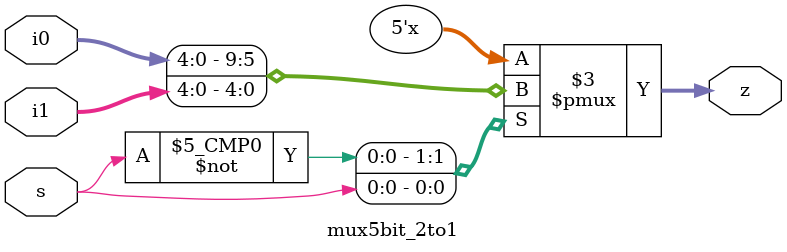
<source format=v>
module mux5bit_2to1 (
  input [4:0] i0, i1,
  input s ,
  output reg[4:0] z
);
  initial z = 0;

  always @(*) begin
      case(s)
        2'b00 : z = i0;
        2'b01 : z = i1;
      endcase
  end

endmodule

</source>
